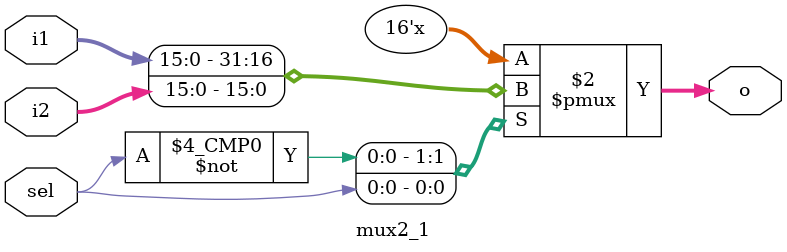
<source format=v>
module mux4_1 (sel, i1, i2, i3, i4, o);
   input [1:0] sel;
   input [15:0] i1, i2, i3, i4;
   output reg [15:0] o;

   always @ (*) begin
      case (sel)
         0: o = i1;
         1: o = i2;
         2: o = i3;
         3: o = i4;
      endcase
   end

endmodule


module mux2_1 (sel, i1, i2, o);
   input  sel;
   input [15:0] i1, i2;
   output reg [15:0] o;

   always @ (*) begin
      case (sel)
         0: o = i1;
         1: o = i2;
      endcase
   end

endmodule
</source>
